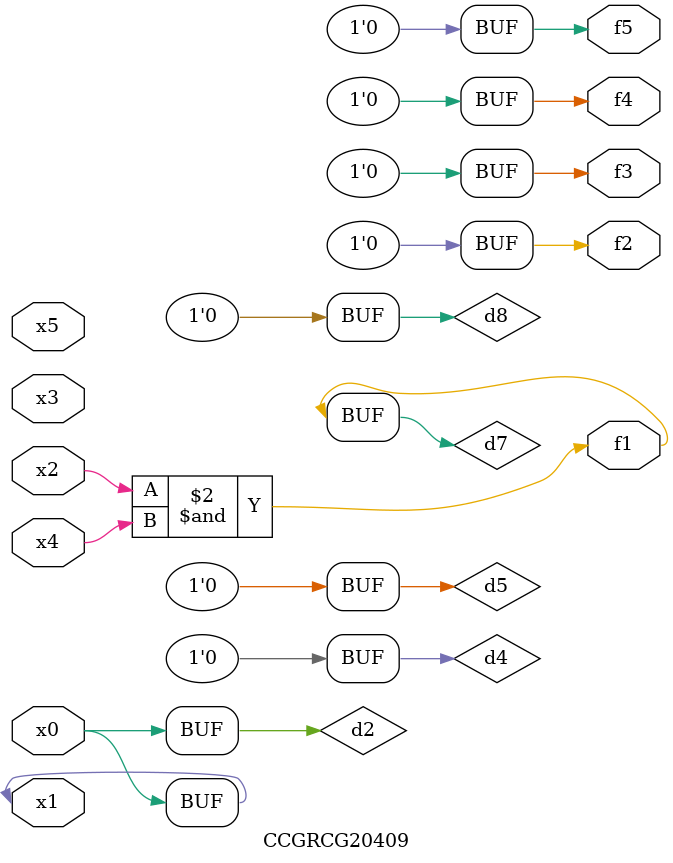
<source format=v>
module CCGRCG20409(
	input x0, x1, x2, x3, x4, x5,
	output f1, f2, f3, f4, f5
);

	wire d1, d2, d3, d4, d5, d6, d7, d8, d9;

	nand (d1, x1);
	buf (d2, x0, x1);
	nand (d3, x2, x4);
	and (d4, d1, d2);
	and (d5, d1, d2);
	nand (d6, d1, d3);
	not (d7, d3);
	xor (d8, d5);
	nor (d9, d5, d6);
	assign f1 = d7;
	assign f2 = d8;
	assign f3 = d8;
	assign f4 = d8;
	assign f5 = d8;
endmodule

</source>
